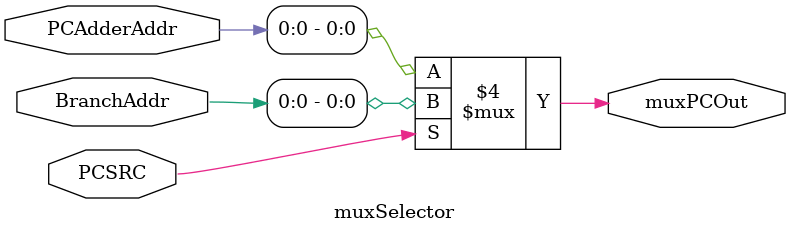
<source format=v>
module muxSelector(
  input [15:0] PCAdderAddr, BranchAddr,
  input PCSRC,
  output reg muxPCOut
  );

  always@(*)
    if (!PCSRC)
      muxPCOut <= PCAdderAddr;
    else
      muxPCOut <= BranchAddr;
endmodule

</source>
